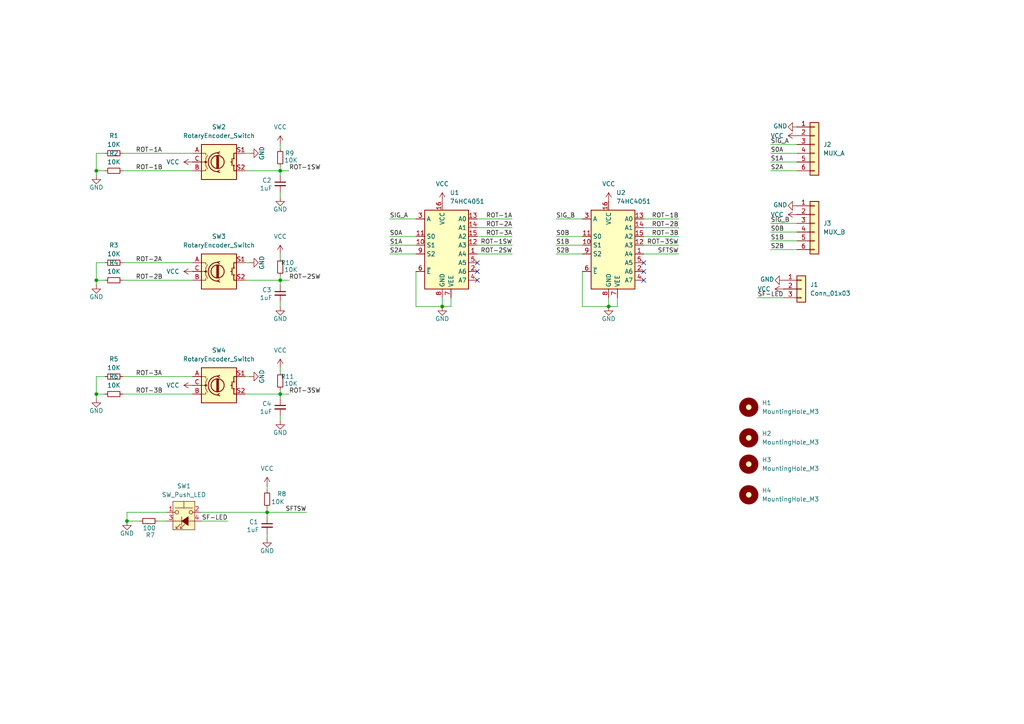
<source format=kicad_sch>
(kicad_sch (version 20231120) (generator "eeschema") (generator_version "8.0")
  (paper "A4")
  (lib_symbols
    (symbol "74xx:74HC4051"
      (property "Reference" "U" (at -5.08 11.43 0))
      (property "Value" "74HC4051" (at -7.62 -13.97 0))
      (symbol "74HC4051_0_1"
        (rectangle (start -5.08 10.16) (end 7.62 -12.7) (stroke (width 0.254)) (fill (type background)))
      )
      (symbol "74HC4051_1_1"
        (pin passive line (at 10.16 -2.54 180) (length 2.54) (name "A4") (number "1"))
        (pin input line (at -7.62 0 0) (length 2.54) (name "S1") (number "10"))
        (pin input line (at -7.62 2.54 0) (length 2.54) (name "S0") (number "11"))
        (pin passive line (at 10.16 0 180) (length 2.54) (name "A3") (number "12"))
        (pin passive line (at 10.16 7.62 180) (length 2.54) (name "A0") (number "13"))
        (pin passive line (at 10.16 5.08 180) (length 2.54) (name "A1") (number "14"))
        (pin passive line (at 10.16 2.54 180) (length 2.54) (name "A2") (number "15"))
        (pin power_in line (at 0 12.7 270) (length 2.54) (name "VCC") (number "16"))
        (pin passive line (at 10.16 -7.62 180) (length 2.54) (name "A6") (number "2"))
        (pin passive line (at -7.62 7.62 0) (length 2.54) (name "A") (number "3"))
        (pin passive line (at 10.16 -10.16 180) (length 2.54) (name "A7") (number "4"))
        (pin passive line (at 10.16 -5.08 180) (length 2.54) (name "A5") (number "5"))
        (pin input line (at -7.62 -7.62 0) (length 2.54) (name "~{E}") (number "6"))
        (pin power_in line (at 2.54 -15.24 90) (length 2.54) (name "VEE") (number "7"))
        (pin power_in line (at 0 -15.24 90) (length 2.54) (name "GND") (number "8"))
        (pin input line (at -7.62 -2.54 0) (length 2.54) (name "S2") (number "9"))
      )
    )
    (symbol "Connector_Generic:Conn_01x03" (pin_names (offset 1.016) hide)
      (property "Reference" "J" (at 0 5.08 0))
      (property "Value" "Conn_01x03" (at 0 -5.08 0))
      (symbol "Conn_01x03_1_1"
        (rectangle (start -1.27 -2.413) (end 0 -2.667) (stroke (width 0.1524)))
        (rectangle (start -1.27 0.127) (end 0 -0.127) (stroke (width 0.1524)))
        (rectangle (start -1.27 2.667) (end 0 2.413) (stroke (width 0.1524)))
        (rectangle (start -1.27 3.81) (end 1.27 -3.81) (stroke (width 0.254)) (fill (type background)))
        (pin passive line (at -5.08 2.54 0) (length 3.81) (name "Pin_1") (number "1"))
        (pin passive line (at -5.08 0 0) (length 3.81) (name "Pin_2") (number "2"))
        (pin passive line (at -5.08 -2.54 0) (length 3.81) (name "Pin_3") (number "3"))
      )
    )
    (symbol "Connector_Generic:Conn_01x06" (pin_names (offset 1.016) hide)
      (property "Reference" "J" (at 0 7.62 0))
      (property "Value" "Conn_01x06" (at 0 -10.16 0))
      (symbol "Conn_01x06_1_1"
        (rectangle (start -1.27 -7.493) (end 0 -7.747) (stroke (width 0.1524)))
        (rectangle (start -1.27 -4.953) (end 0 -5.207) (stroke (width 0.1524)))
        (rectangle (start -1.27 -2.413) (end 0 -2.667) (stroke (width 0.1524)))
        (rectangle (start -1.27 0.127) (end 0 -0.127) (stroke (width 0.1524)))
        (rectangle (start -1.27 2.667) (end 0 2.413) (stroke (width 0.1524)))
        (rectangle (start -1.27 5.207) (end 0 4.953) (stroke (width 0.1524)))
        (rectangle (start -1.27 6.35) (end 1.27 -8.89) (stroke (width 0.254)) (fill (type background)))
        (pin passive line (at -5.08 5.08 0) (length 3.81) (name "Pin_1") (number "1"))
        (pin passive line (at -5.08 2.54 0) (length 3.81) (name "Pin_2") (number "2"))
        (pin passive line (at -5.08 0 0) (length 3.81) (name "Pin_3") (number "3"))
        (pin passive line (at -5.08 -2.54 0) (length 3.81) (name "Pin_4") (number "4"))
        (pin passive line (at -5.08 -5.08 0) (length 3.81) (name "Pin_5") (number "5"))
        (pin passive line (at -5.08 -7.62 0) (length 3.81) (name "Pin_6") (number "6"))
      )
    )
    (symbol "Device:C_Small" (pin_numbers hide) (pin_names (offset 0.254) hide)
      (property "Reference" "C" (at 0.254 1.778 0))
      (property "Value" "C_Small" (at 0.254 -2.032 0))
      (symbol "C_Small_0_1"
        (polyline (pts (xy -1.524 -0.508) (xy 1.524 -0.508)) (stroke (width 0.3302)))
        (polyline (pts (xy -1.524 0.508) (xy 1.524 0.508)) (stroke (width 0.3048)))
      )
      (symbol "C_Small_1_1"
        (pin passive line (at 0 2.54 270) (length 2.032) (name "~") (number "1"))
        (pin passive line (at 0 -2.54 90) (length 2.032) (name "~") (number "2"))
      )
    )
    (symbol "Device:R_Small" (pin_numbers hide) (pin_names (offset 0.254) hide)
      (property "Reference" "R" (at 0.762 0.508 0))
      (property "Value" "R_Small" (at 0.762 -1.016 0))
      (symbol "R_Small_0_1"
        (rectangle (start -0.762 1.778) (end 0.762 -1.778) (stroke (width 0.2032)))
      )
      (symbol "R_Small_1_1"
        (pin passive line (at 0 2.54 270) (length 0.762) (name "~") (number "1"))
        (pin passive line (at 0 -2.54 90) (length 0.762) (name "~") (number "2"))
      )
    )
    (symbol "Device:RotaryEncoder_Switch" (pin_names (offset 0.254) hide)
      (property "Reference" "SW" (at 0 6.604 0))
      (property "Value" "RotaryEncoder_Switch" (at 0 -6.604 0))
      (symbol "RotaryEncoder_Switch_0_1"
        (rectangle (start -5.08 5.08) (end 5.08 -5.08) (stroke (width 0.254)) (fill (type background)))
        (circle (center -3.81 0) (radius 0.254) (fill (type outline)))
        (circle (center -0.381 0) (radius 1.905) (stroke (width 0.254)))
        (arc (start -0.381 2.667) (mid -3.0988 -0.0635) (end -0.381 -2.794) (stroke (width 0.254)))
        (polyline (pts (xy -0.635 -1.778) (xy -0.635 1.778)) (stroke (width 0.254)))
        (polyline (pts (xy -0.381 -1.778) (xy -0.381 1.778)) (stroke (width 0.254)))
        (polyline (pts (xy -0.127 1.778) (xy -0.127 -1.778)) (stroke (width 0.254)))
        (polyline (pts (xy 3.81 0) (xy 3.429 0)) (stroke (width 0.254)))
        (polyline (pts (xy 3.81 1.016) (xy 3.81 -1.016)) (stroke (width 0.254)))
        (polyline (pts (xy -5.08 -2.54) (xy -3.81 -2.54) (xy -3.81 -2.032)))
        (polyline (pts (xy -5.08 2.54) (xy -3.81 2.54) (xy -3.81 2.032)))
        (polyline (pts (xy 0.254 -3.048) (xy -0.508 -2.794) (xy 0.127 -2.413)) (stroke (width 0.254)))
        (polyline (pts (xy 0.254 2.921) (xy -0.508 2.667) (xy 0.127 2.286)) (stroke (width 0.254)))
        (polyline (pts (xy 5.08 -2.54) (xy 4.318 -2.54) (xy 4.318 -1.016)) (stroke (width 0.254)))
        (polyline (pts (xy 5.08 2.54) (xy 4.318 2.54) (xy 4.318 1.016)) (stroke (width 0.254)))
        (polyline (pts (xy -5.08 0) (xy -3.81 0) (xy -3.81 -1.016) (xy -3.302 -2.032)))
        (polyline (pts (xy -4.318 0) (xy -3.81 0) (xy -3.81 1.016) (xy -3.302 2.032)))
        (circle (center 4.318 -1.016) (radius 0.127) (stroke (width 0.254)))
        (circle (center 4.318 1.016) (radius 0.127) (stroke (width 0.254)))
      )
      (symbol "RotaryEncoder_Switch_1_1"
        (pin passive line (at -7.62 2.54 0) (length 2.54) (name "A") (number "A"))
        (pin passive line (at -7.62 -2.54 0) (length 2.54) (name "B") (number "B"))
        (pin passive line (at -7.62 0 0) (length 2.54) (name "C") (number "C"))
        (pin passive line (at 7.62 2.54 180) (length 2.54) (name "S1") (number "S1"))
        (pin passive line (at 7.62 -2.54 180) (length 2.54) (name "S2") (number "S2"))
      )
    )
    (symbol "PCM_SL_Mechanical:MountingHole_M3"
      (property "Reference" "H" (at 0 7.62 0))
      (property "Value" "MountingHole_M3" (at 0 5.08 0))
      (symbol "MountingHole_M3_0_1"
        (circle (center 0 0) (radius 1.27) (fill (type background)))
        (circle (center 0 0) (radius 1.7961) (stroke (width 2)))
      )
    )
    (symbol "Switch:SW_Push_LED" (pin_names (offset 1.016) hide)
      (property "Reference" "SW" (at 0 7.62 0))
      (property "Value" "SW_Push_LED" (at 0 -3.81 0))
      (symbol "SW_Push_LED_0_0"
        (polyline (pts (xy -2.54 0) (xy 2.54 0)))
        (polyline (pts (xy -2.286 -2.159) (xy -1.016 -0.889)))
        (polyline (pts (xy -1.016 -2.159) (xy 0.254 -0.889)))
        (polyline (pts (xy -0.635 1.27) (xy -0.635 -1.27)))
        (polyline (pts (xy -2.286 -1.524) (xy -2.286 -2.159) (xy -1.651 -2.159)))
        (polyline (pts (xy -1.016 -1.524) (xy -1.016 -2.159) (xy -0.381 -2.159)))
        (polyline (pts (xy -0.635 0) (xy 1.27 1.27) (xy 1.27 -1.27) (xy -0.635 0)) (fill (type outline)))
      )
      (symbol "SW_Push_LED_0_1"
        (circle (center -2.032 2.54) (radius 0.508))
        (polyline (pts (xy 0 3.81) (xy 0 5.588)))
        (polyline (pts (xy 2.54 3.81) (xy -2.54 3.81)))
        (circle (center 2.032 2.54) (radius 0.508))
        (pin passive line (at -5.08 2.54 0) (length 2.54) (name "1") (number "1"))
        (pin passive line (at 5.08 2.54 180) (length 2.54) (name "2") (number "2"))
        (pin passive line (at -5.08 0 0) (length 2.54) (name "K") (number "3"))
        (pin passive line (at 5.08 0 180) (length 2.54) (name "A") (number "4"))
      )
      (symbol "SW_Push_LED_1_1"
        (rectangle (start -3.175 5.715) (end 3.175 -2.54) (fill (type background)))
      )
    )
    (symbol "power:GND" (power) (pin_numbers hide) (pin_names (offset 0) hide)
      (property "Value" "GND" (at 0 -3.81 0))
      (symbol "GND_0_1"
        (polyline (pts (xy 0 0) (xy 0 -1.27) (xy 1.27 -1.27) (xy 0 -2.54) (xy -1.27 -1.27) (xy 0 -1.27)))
      )
      (symbol "GND_1_1"
        (pin power_in line (at 0 0 270) (length 0) (name "~") (number "1"))
      )
    )
    (symbol "power:VCC" (power) (pin_numbers hide) (pin_names (offset 0) hide)
      (property "Value" "VCC" (at 0 3.556 0))
      (symbol "VCC_0_1"
        (polyline (pts (xy -0.762 1.27) (xy 0 2.54)))
        (polyline (pts (xy 0 0) (xy 0 2.54)))
        (polyline (pts (xy 0 2.54) (xy 0.762 1.27)))
      )
      (symbol "VCC_1_1"
        (pin power_in line (at 0 0 90) (length 0) (name "~") (number "1"))
      )
    )
  )
  (junction (at 81.28 81.28))
  (junction (at 36.83 151.13))
  (junction (at 27.94 49.53))
  (junction (at 128.27 88.9))
  (junction (at 176.53 88.9))
  (junction (at 77.47 148.59))
  (junction (at 27.94 114.3))
  (junction (at 81.28 49.53))
  (junction (at 81.28 114.3))
  (junction (at 27.94 81.28))
  (no_connect (at 138.43 81.28))
  (no_connect (at 138.43 78.74))
  (no_connect (at 138.43 76.2))
  (no_connect (at 186.69 81.28))
  (no_connect (at 186.69 76.2))
  (no_connect (at 186.69 78.74))
  (wire (pts (xy 77.47 154.94) (xy 77.47 156.21)))
  (wire (pts (xy 81.28 41.91) (xy 81.28 43.18)))
  (wire (pts (xy 35.56 76.2) (xy 55.88 76.2)))
  (wire (pts (xy 81.28 49.53) (xy 81.28 48.26)))
  (wire (pts (xy 113.03 63.5) (xy 120.65 63.5)))
  (wire (pts (xy 81.28 73.66) (xy 81.28 74.93)))
  (wire (pts (xy 161.29 71.12) (xy 168.91 71.12)))
  (wire (pts (xy 138.43 71.12) (xy 148.59 71.12)))
  (wire (pts (xy 223.52 64.77) (xy 231.14 64.77)))
  (wire (pts (xy 130.81 88.9) (xy 128.27 88.9)))
  (wire (pts (xy 58.42 151.13) (xy 66.04 151.13)))
  (wire (pts (xy 138.43 66.04) (xy 148.59 66.04)))
  (wire (pts (xy 35.56 49.53) (xy 55.88 49.53)))
  (wire (pts (xy 130.81 86.36) (xy 130.81 88.9)))
  (wire (pts (xy 161.29 73.66) (xy 168.91 73.66)))
  (wire (pts (xy 81.28 114.3) (xy 81.28 113.03)))
  (wire (pts (xy 83.82 114.3) (xy 81.28 114.3)))
  (wire (pts (xy 27.94 81.28) (xy 30.48 81.28)))
  (wire (pts (xy 36.83 151.13) (xy 40.64 151.13)))
  (wire (pts (xy 27.94 44.45) (xy 27.94 49.53)))
  (wire (pts (xy 58.42 148.59) (xy 77.47 148.59)))
  (wire (pts (xy 81.28 50.8) (xy 81.28 49.53)))
  (wire (pts (xy 223.52 46.99) (xy 231.14 46.99)))
  (wire (pts (xy 113.03 73.66) (xy 120.65 73.66)))
  (wire (pts (xy 81.28 120.65) (xy 81.28 121.92)))
  (wire (pts (xy 223.52 72.39) (xy 231.14 72.39)))
  (wire (pts (xy 48.26 148.59) (xy 36.83 148.59)))
  (wire (pts (xy 186.69 73.66) (xy 196.85 73.66)))
  (wire (pts (xy 27.94 49.53) (xy 27.94 50.8)))
  (wire (pts (xy 27.94 114.3) (xy 30.48 114.3)))
  (wire (pts (xy 35.56 114.3) (xy 55.88 114.3)))
  (wire (pts (xy 27.94 81.28) (xy 27.94 82.55)))
  (wire (pts (xy 186.69 63.5) (xy 196.85 63.5)))
  (wire (pts (xy 77.47 148.59) (xy 88.9 148.59)))
  (wire (pts (xy 81.28 115.57) (xy 81.28 114.3)))
  (wire (pts (xy 186.69 68.58) (xy 196.85 68.58)))
  (wire (pts (xy 83.82 81.28) (xy 81.28 81.28)))
  (wire (pts (xy 30.48 76.2) (xy 27.94 76.2)))
  (wire (pts (xy 113.03 68.58) (xy 120.65 68.58)))
  (wire (pts (xy 30.48 109.22) (xy 27.94 109.22)))
  (wire (pts (xy 71.12 49.53) (xy 81.28 49.53)))
  (wire (pts (xy 36.83 148.59) (xy 36.83 151.13)))
  (wire (pts (xy 81.28 106.68) (xy 81.28 107.95)))
  (wire (pts (xy 186.69 71.12) (xy 196.85 71.12)))
  (wire (pts (xy 138.43 63.5) (xy 148.59 63.5)))
  (wire (pts (xy 77.47 148.59) (xy 77.47 147.32)))
  (wire (pts (xy 168.91 78.74) (xy 168.91 88.9)))
  (wire (pts (xy 77.47 140.97) (xy 77.47 142.24)))
  (wire (pts (xy 186.69 66.04) (xy 196.85 66.04)))
  (wire (pts (xy 27.94 76.2) (xy 27.94 81.28)))
  (wire (pts (xy 223.52 69.85) (xy 231.14 69.85)))
  (wire (pts (xy 45.72 151.13) (xy 48.26 151.13)))
  (wire (pts (xy 223.52 49.53) (xy 231.14 49.53)))
  (wire (pts (xy 223.52 44.45) (xy 231.14 44.45)))
  (wire (pts (xy 223.52 67.31) (xy 231.14 67.31)))
  (wire (pts (xy 81.28 82.55) (xy 81.28 81.28)))
  (wire (pts (xy 35.56 81.28) (xy 55.88 81.28)))
  (wire (pts (xy 128.27 86.36) (xy 128.27 88.9)))
  (wire (pts (xy 161.29 63.5) (xy 168.91 63.5)))
  (wire (pts (xy 176.53 86.36) (xy 176.53 88.9)))
  (wire (pts (xy 72.39 109.22) (xy 71.12 109.22)))
  (wire (pts (xy 179.07 86.36) (xy 179.07 88.9)))
  (wire (pts (xy 35.56 109.22) (xy 55.88 109.22)))
  (wire (pts (xy 71.12 114.3) (xy 81.28 114.3)))
  (wire (pts (xy 138.43 73.66) (xy 148.59 73.66)))
  (wire (pts (xy 81.28 55.88) (xy 81.28 57.15)))
  (wire (pts (xy 27.94 114.3) (xy 27.94 115.57)))
  (wire (pts (xy 83.82 49.53) (xy 81.28 49.53)))
  (wire (pts (xy 72.39 44.45) (xy 71.12 44.45)))
  (wire (pts (xy 81.28 81.28) (xy 81.28 80.01)))
  (wire (pts (xy 120.65 78.74) (xy 120.65 88.9)))
  (wire (pts (xy 219.71 86.36) (xy 227.33 86.36)))
  (wire (pts (xy 72.39 76.2) (xy 71.12 76.2)))
  (wire (pts (xy 113.03 71.12) (xy 120.65 71.12)))
  (wire (pts (xy 161.29 68.58) (xy 168.91 68.58)))
  (wire (pts (xy 77.47 149.86) (xy 77.47 148.59)))
  (wire (pts (xy 30.48 44.45) (xy 27.94 44.45)))
  (wire (pts (xy 27.94 109.22) (xy 27.94 114.3)))
  (wire (pts (xy 71.12 81.28) (xy 81.28 81.28)))
  (wire (pts (xy 138.43 68.58) (xy 148.59 68.58)))
  (wire (pts (xy 223.52 41.91) (xy 231.14 41.91)))
  (wire (pts (xy 81.28 87.63) (xy 81.28 88.9)))
  (wire (pts (xy 120.65 88.9) (xy 128.27 88.9)))
  (wire (pts (xy 27.94 49.53) (xy 30.48 49.53)))
  (wire (pts (xy 179.07 88.9) (xy 176.53 88.9)))
  (wire (pts (xy 35.56 44.45) (xy 55.88 44.45)))
  (wire (pts (xy 168.91 88.9) (xy 176.53 88.9)))
  (label "ROT-2A" (at 39.37 76.2 0))
  (label "S1B" (at 223.52 69.85 0))
  (label "S2B" (at 223.52 72.39 0))
  (label "ROT-1B" (at 196.85 63.5 180))
  (label "SF-LED" (at 219.71 86.36 0))
  (label "S1A" (at 113.03 71.12 0))
  (label "SFTSW" (at 88.9 148.59 180))
  (label "ROT-3B" (at 196.85 68.58 180))
  (label "S2A" (at 223.52 49.53 0))
  (label "ROT-2B" (at 196.85 66.04 180))
  (label "ROT-1SW" (at 83.82 49.53 0))
  (label "S1B" (at 161.29 71.12 0))
  (label "ROT-3B" (at 39.37 114.3 0))
  (label "SIG_B" (at 223.52 64.77 0))
  (label "ROT-3SW" (at 83.82 114.3 0))
  (label "ROT-1SW" (at 148.59 71.12 180))
  (label "ROT-1B" (at 39.37 49.53 0))
  (label "ROT-2SW" (at 83.82 81.28 0))
  (label "ROT-2SW" (at 148.59 73.66 180))
  (label "SIG_A" (at 223.52 41.91 0))
  (label "S2B" (at 161.29 73.66 0))
  (label "ROT-3SW" (at 196.85 71.12 180))
  (label "ROT-1A" (at 148.59 63.5 180))
  (label "ROT-1A" (at 39.37 44.45 0))
  (label "SF-LED" (at 66.04 151.13 180))
  (label "S0B" (at 161.29 68.58 0))
  (label "S0B" (at 223.52 67.31 0))
  (label "ROT-3A" (at 148.59 68.58 180))
  (label "S1A" (at 223.52 46.99 0))
  (label "SIG_B" (at 161.29 63.5 0))
  (label "S0A" (at 223.52 44.45 0))
  (label "ROT-2A" (at 148.59 66.04 180))
  (label "S2A" (at 113.03 73.66 0))
  (label "ROT-3A" (at 39.37 109.22 0))
  (label "SIG_A" (at 113.03 63.5 0))
  (label "ROT-2B" (at 39.37 81.28 0))
  (label "S0A" (at 113.03 68.58 0))
  (label "SFTSW" (at 196.85 73.66 180))
  (symbol (lib_id "Device:C_Small") (at 81.28 53.34 0) (mirror y) (unit 1)
    (property "Reference" "C2" (at 78.74 52.324 0) (effects (justify left)))
    (property "Value" "1uF" (at 78.994 54.61 0) (effects (justify left)))
    (property "Footprint" "Capacitor_SMD:C_1206_3216Metric_Pad1.33x1.80mm_HandSolder" (effects (hide yes)))
    (property "Description" "Unpolarized capacitor, small symbol" (effects (hide yes)))
  )
  (symbol (lib_id "power:VCC") (at 231.14 39.37 90) (unit 1)
    (property "Reference" "#PWR026" (effects (hide yes)))
    (property "Value" "VCC" (at 227.33 39.3699 90) (effects (justify left)))
    (property "Description" "Power symbol creates a global label with name \"VCC\"" (effects (hide yes)))
  )
  (symbol (lib_id "power:VCC") (at 77.47 140.97 0) (unit 1)
    (property "Reference" "#PWR011" (effects (hide yes)))
    (property "Value" "VCC" (at 77.47 135.89 0))
    (property "Description" "Power symbol creates a global label with name \"VCC\"" (effects (hide yes)))
  )
  (symbol (lib_id "power:GND") (at 231.14 36.83 270) (mirror x) (unit 1)
    (property "Reference" "#PWR025" (effects (hide yes)))
    (property "Value" "GND" (at 226.314 36.576 90))
    (property "Description" "Power symbol creates a global label with name \"GND\" , ground" (effects (hide yes)))
  )
  (symbol (lib_id "PCM_SL_Mechanical:MountingHole_M3") (at 217.17 127 0) (unit 1)
    (property "Reference" "H2" (at 220.98 125.7299 0) (effects (justify left)))
    (property "Value" "MountingHole_M3" (at 220.98 128.2699 0) (effects (justify left)))
    (property "Footprint" "MountingHole:MountingHole_3.2mm_M3" (effects (hide yes)))
    (property "Description" "3.2mm Diameter Mounting Hole (M3)" (effects (hide yes)))
  )
  (symbol (lib_id "power:GND") (at 81.28 57.15 0) (unit 1)
    (property "Reference" "#PWR014" (effects (hide yes)))
    (property "Value" "GND" (at 81.28 60.706 0))
    (property "Description" "Power symbol creates a global label with name \"GND\" , ground" (effects (hide yes)))
  )
  (symbol (lib_id "Device:R_Small") (at 81.28 45.72 0) (mirror y) (unit 1)
    (property "Reference" "R9" (at 85.344 44.45 0) (effects (justify left)))
    (property "Value" "10K" (at 86.36 46.482 0) (effects (justify left)))
    (property "Footprint" "PCM_Resistor_SMD_AKL:R_1206_3216Metric_Pad1.30x1.75mm_HandSolder" (effects (hide yes)))
    (property "Description" "Resistor, small symbol" (effects (hide yes)))
  )
  (symbol (lib_id "Device:RotaryEncoder_Switch") (at 63.5 78.74 0) (unit 1)
    (property "Reference" "SW3" (at 63.5 68.58 0))
    (property "Value" "RotaryEncoder_Switch" (at 63.5 71.12 0))
    (property "Footprint" "Rotary_Encoder:RotaryEncoder_Alps_EC11E-Switch_Vertical_H20mm_CircularMountingHoles" (effects (hide yes)))
    (property "Description" "Rotary encoder, dual channel, incremental quadrate outputs, with switch" (effects (hide yes)))
  )
  (symbol (lib_id "power:GND") (at 231.14 59.69 270) (mirror x) (unit 1)
    (property "Reference" "#PWR027" (effects (hide yes)))
    (property "Value" "GND" (at 226.314 59.436 90))
    (property "Description" "Power symbol creates a global label with name \"GND\" , ground" (effects (hide yes)))
  )
  (symbol (lib_id "power:VCC") (at 55.88 78.74 90) (unit 1)
    (property "Reference" "#PWR06" (effects (hide yes)))
    (property "Value" "VCC" (at 52.07 78.7399 90) (effects (justify left)))
    (property "Description" "Power symbol creates a global label with name \"VCC\"" (effects (hide yes)))
  )
  (symbol (lib_id "power:VCC") (at 176.53 58.42 0) (unit 1)
    (property "Reference" "#PWR021" (effects (hide yes)))
    (property "Value" "VCC" (at 176.53 53.34 0))
    (property "Description" "Power symbol creates a global label with name \"VCC\"" (effects (hide yes)))
  )
  (symbol (lib_id "power:GND") (at 128.27 88.9 0) (mirror y) (unit 1)
    (property "Reference" "#PWR020" (effects (hide yes)))
    (property "Value" "GND" (at 128.27 92.456 0))
    (property "Description" "Power symbol creates a global label with name \"GND\" , ground" (effects (hide yes)))
  )
  (symbol (lib_id "power:VCC") (at 55.88 111.76 90) (unit 1)
    (property "Reference" "#PWR07" (effects (hide yes)))
    (property "Value" "VCC" (at 52.07 111.7599 90) (effects (justify left)))
    (property "Description" "Power symbol creates a global label with name \"VCC\"" (effects (hide yes)))
  )
  (symbol (lib_id "Device:C_Small") (at 81.28 118.11 0) (mirror y) (unit 1)
    (property "Reference" "C4" (at 78.74 117.094 0) (effects (justify left)))
    (property "Value" "1uF" (at 78.994 119.38 0) (effects (justify left)))
    (property "Footprint" "Capacitor_SMD:C_1206_3216Metric_Pad1.33x1.80mm_HandSolder" (effects (hide yes)))
    (property "Description" "Unpolarized capacitor, small symbol" (effects (hide yes)))
  )
  (symbol (lib_id "74xx:74HC4051") (at 128.27 71.12 0) (unit 1)
    (property "Reference" "U1" (at 130.4641 55.88 0) (effects (justify left)))
    (property "Value" "74HC4051" (at 130.4641 58.42 0) (effects (justify left)))
    (property "Footprint" "Package_SO:SOP-16_4.4x10.4mm_P1.27mm" (effects (hide yes)))
    (property "Datasheet" "http://www.ti.com/lit/ds/symlink/cd74hc4051.pdf" (effects (hide yes)))
    (property "Description" "8-channel analog multiplexer/demultiplexer, DIP-16/SOIC-16/TSSOP-16" (effects (hide yes)))
  )
  (symbol (lib_id "power:GND") (at 227.33 81.28 270) (mirror x) (unit 1)
    (property "Reference" "#PWR023" (effects (hide yes)))
    (property "Value" "GND" (at 222.504 81.026 90))
    (property "Description" "Power symbol creates a global label with name \"GND\" , ground" (effects (hide yes)))
  )
  (symbol (lib_id "power:GND") (at 176.53 88.9 0) (mirror y) (unit 1)
    (property "Reference" "#PWR022" (effects (hide yes)))
    (property "Value" "GND" (at 176.53 92.456 0))
    (property "Description" "Power symbol creates a global label with name \"GND\" , ground" (effects (hide yes)))
  )
  (symbol (lib_id "power:GND") (at 36.83 151.13 0) (mirror y) (unit 1)
    (property "Reference" "#PWR04" (effects (hide yes)))
    (property "Value" "GND" (at 36.83 154.686 0))
    (property "Description" "Power symbol creates a global label with name \"GND\" , ground" (effects (hide yes)))
  )
  (symbol (lib_id "Device:RotaryEncoder_Switch") (at 63.5 46.99 0) (unit 1)
    (property "Reference" "SW2" (at 63.5 36.83 0))
    (property "Value" "RotaryEncoder_Switch" (at 63.5 39.37 0))
    (property "Footprint" "Rotary_Encoder:RotaryEncoder_Alps_EC11E-Switch_Vertical_H20mm_CircularMountingHoles" (effects (hide yes)))
    (property "Description" "Rotary encoder, dual channel, incremental quadrate outputs, with switch" (effects (hide yes)))
  )
  (symbol (lib_id "Device:R_Small") (at 33.02 114.3 90) (unit 1)
    (property "Reference" "R6" (at 33.02 109.22 90))
    (property "Value" "10K" (at 33.02 111.76 90))
    (property "Footprint" "PCM_Resistor_SMD_AKL:R_1206_3216Metric_Pad1.30x1.75mm_HandSolder" (effects (hide yes)))
    (property "Description" "Resistor, small symbol" (effects (hide yes)))
  )
  (symbol (lib_id "Connector_Generic:Conn_01x06") (at 236.22 41.91 0) (unit 1)
    (property "Reference" "J2" (at 238.76 41.9099 0) (effects (justify left)))
    (property "Value" "MUX_A" (at 238.76 44.4499 0) (effects (justify left)))
    (property "Footprint" "Connector_Molex:Molex_KK-254_AE-6410-06A_1x06_P2.54mm_Vertical" (effects (hide yes)))
    (property "Description" "Generic connector, single row, 01x06, script generated (kicad-library-utils/schlib/autogen/connector/)" (effects (hide yes)))
  )
  (symbol (lib_id "power:GND") (at 77.47 156.21 0) (unit 1)
    (property "Reference" "#PWR012" (effects (hide yes)))
    (property "Value" "GND" (at 77.47 159.766 0))
    (property "Description" "Power symbol creates a global label with name \"GND\" , ground" (effects (hide yes)))
  )
  (symbol (lib_id "power:VCC") (at 231.14 62.23 90) (unit 1)
    (property "Reference" "#PWR028" (effects (hide yes)))
    (property "Value" "VCC" (at 227.33 62.2299 90) (effects (justify left)))
    (property "Description" "Power symbol creates a global label with name \"VCC\"" (effects (hide yes)))
  )
  (symbol (lib_id "power:VCC") (at 81.28 106.68 0) (unit 1)
    (property "Reference" "#PWR017" (effects (hide yes)))
    (property "Value" "VCC" (at 81.28 101.6 0))
    (property "Description" "Power symbol creates a global label with name \"VCC\"" (effects (hide yes)))
  )
  (symbol (lib_id "PCM_SL_Mechanical:MountingHole_M3") (at 217.17 118.11 0) (unit 1)
    (property "Reference" "H1" (at 220.98 116.8399 0) (effects (justify left)))
    (property "Value" "MountingHole_M3" (at 220.98 119.3799 0) (effects (justify left)))
    (property "Footprint" "MountingHole:MountingHole_3.2mm_M3" (effects (hide yes)))
    (property "Description" "3.2mm Diameter Mounting Hole (M3)" (effects (hide yes)))
  )
  (symbol (lib_id "Device:R_Small") (at 33.02 44.45 90) (unit 1)
    (property "Reference" "R1" (at 33.02 39.37 90))
    (property "Value" "10K" (at 33.02 41.91 90))
    (property "Footprint" "PCM_Resistor_SMD_AKL:R_1206_3216Metric_Pad1.30x1.75mm_HandSolder" (effects (hide yes)))
    (property "Description" "Resistor, small symbol" (effects (hide yes)))
  )
  (symbol (lib_id "power:GND") (at 81.28 88.9 0) (unit 1)
    (property "Reference" "#PWR016" (effects (hide yes)))
    (property "Value" "GND" (at 81.28 92.456 0))
    (property "Description" "Power symbol creates a global label with name \"GND\" , ground" (effects (hide yes)))
  )
  (symbol (lib_id "power:VCC") (at 128.27 58.42 0) (unit 1)
    (property "Reference" "#PWR019" (effects (hide yes)))
    (property "Value" "VCC" (at 128.27 53.34 0))
    (property "Description" "Power symbol creates a global label with name \"VCC\"" (effects (hide yes)))
  )
  (symbol (lib_id "power:GND") (at 72.39 109.22 90) (mirror x) (unit 1)
    (property "Reference" "#PWR010" (effects (hide yes)))
    (property "Value" "GND" (at 75.946 109.22 0))
    (property "Description" "Power symbol creates a global label with name \"GND\" , ground" (effects (hide yes)))
  )
  (symbol (lib_id "power:GND") (at 27.94 82.55 0) (mirror y) (unit 1)
    (property "Reference" "#PWR02" (effects (hide yes)))
    (property "Value" "GND" (at 27.94 86.106 0))
    (property "Description" "Power symbol creates a global label with name \"GND\" , ground" (effects (hide yes)))
  )
  (symbol (lib_id "power:VCC") (at 227.33 83.82 90) (unit 1)
    (property "Reference" "#PWR024" (effects (hide yes)))
    (property "Value" "VCC" (at 223.52 83.8199 90) (effects (justify left)))
    (property "Description" "Power symbol creates a global label with name \"VCC\"" (effects (hide yes)))
  )
  (symbol (lib_id "Device:R_Small") (at 33.02 81.28 90) (unit 1)
    (property "Reference" "R4" (at 33.02 76.2 90))
    (property "Value" "10K" (at 33.02 78.74 90))
    (property "Footprint" "PCM_Resistor_SMD_AKL:R_1206_3216Metric_Pad1.30x1.75mm_HandSolder" (effects (hide yes)))
    (property "Description" "Resistor, small symbol" (effects (hide yes)))
  )
  (symbol (lib_id "power:GND") (at 81.28 121.92 0) (unit 1)
    (property "Reference" "#PWR018" (effects (hide yes)))
    (property "Value" "GND" (at 81.28 125.476 0))
    (property "Description" "Power symbol creates a global label with name \"GND\" , ground" (effects (hide yes)))
  )
  (symbol (lib_id "Device:R_Small") (at 33.02 109.22 90) (unit 1)
    (property "Reference" "R5" (at 33.02 104.14 90))
    (property "Value" "10K" (at 33.02 106.68 90))
    (property "Footprint" "PCM_Resistor_SMD_AKL:R_1206_3216Metric_Pad1.30x1.75mm_HandSolder" (effects (hide yes)))
    (property "Description" "Resistor, small symbol" (effects (hide yes)))
  )
  (symbol (lib_id "Device:C_Small") (at 81.28 85.09 0) (mirror y) (unit 1)
    (property "Reference" "C3" (at 78.74 84.074 0) (effects (justify left)))
    (property "Value" "1uF" (at 78.994 86.36 0) (effects (justify left)))
    (property "Footprint" "Capacitor_SMD:C_1206_3216Metric_Pad1.33x1.80mm_HandSolder" (effects (hide yes)))
    (property "Description" "Unpolarized capacitor, small symbol" (effects (hide yes)))
  )
  (symbol (lib_id "Device:R_Small") (at 33.02 76.2 90) (unit 1)
    (property "Reference" "R3" (at 33.02 71.12 90))
    (property "Value" "10K" (at 33.02 73.66 90))
    (property "Footprint" "PCM_Resistor_SMD_AKL:R_1206_3216Metric_Pad1.30x1.75mm_HandSolder" (effects (hide yes)))
    (property "Description" "Resistor, small symbol" (effects (hide yes)))
  )
  (symbol (lib_id "Device:R_Small") (at 77.47 144.78 0) (mirror y) (unit 1)
    (property "Reference" "R8" (at 83.058 143.256 0) (effects (justify left)))
    (property "Value" "10K" (at 82.55 145.542 0) (effects (justify left)))
    (property "Footprint" "PCM_Resistor_SMD_AKL:R_1206_3216Metric_Pad1.30x1.75mm_HandSolder" (effects (hide yes)))
    (property "Description" "Resistor, small symbol" (effects (hide yes)))
  )
  (symbol (lib_id "power:GND") (at 72.39 44.45 90) (mirror x) (unit 1)
    (property "Reference" "#PWR08" (effects (hide yes)))
    (property "Value" "GND" (at 75.946 44.45 0))
    (property "Description" "Power symbol creates a global label with name \"GND\" , ground" (effects (hide yes)))
  )
  (symbol (lib_id "74xx:74HC4051") (at 176.53 71.12 0) (unit 1)
    (property "Reference" "U2" (at 178.7241 55.88 0) (effects (justify left)))
    (property "Value" "74HC4051" (at 178.7241 58.42 0) (effects (justify left)))
    (property "Footprint" "Package_SO:SOP-16_4.4x10.4mm_P1.27mm" (effects (hide yes)))
    (property "Datasheet" "http://www.ti.com/lit/ds/symlink/cd74hc4051.pdf" (effects (hide yes)))
    (property "Description" "8-channel analog multiplexer/demultiplexer, DIP-16/SOIC-16/TSSOP-16" (effects (hide yes)))
  )
  (symbol (lib_id "power:VCC") (at 81.28 41.91 0) (unit 1)
    (property "Reference" "#PWR013" (effects (hide yes)))
    (property "Value" "VCC" (at 81.28 36.83 0))
    (property "Description" "Power symbol creates a global label with name \"VCC\"" (effects (hide yes)))
  )
  (symbol (lib_id "power:GND") (at 27.94 115.57 0) (mirror y) (unit 1)
    (property "Reference" "#PWR03" (effects (hide yes)))
    (property "Value" "GND" (at 27.94 119.126 0))
    (property "Description" "Power symbol creates a global label with name \"GND\" , ground" (effects (hide yes)))
  )
  (symbol (lib_id "Device:R_Small") (at 43.18 151.13 90) (unit 1)
    (property "Reference" "R7" (at 44.958 155.194 90) (effects (justify left)))
    (property "Value" "100" (at 45.212 153.162 90) (effects (justify left)))
    (property "Footprint" "PCM_Resistor_SMD_AKL:R_1206_3216Metric_Pad1.30x1.75mm_HandSolder" (effects (hide yes)))
    (property "Description" "Resistor, small symbol" (effects (hide yes)))
  )
  (symbol (lib_id "Device:R_Small") (at 81.28 77.47 0) (mirror y) (unit 1)
    (property "Reference" "R10" (at 85.344 76.2 0) (effects (justify left)))
    (property "Value" "10K" (at 86.36 78.232 0) (effects (justify left)))
    (property "Footprint" "PCM_Resistor_SMD_AKL:R_1206_3216Metric_Pad1.30x1.75mm_HandSolder" (effects (hide yes)))
    (property "Description" "Resistor, small symbol" (effects (hide yes)))
  )
  (symbol (lib_id "Connector_Generic:Conn_01x06") (at 236.22 64.77 0) (unit 1)
    (property "Reference" "J3" (at 238.76 64.7699 0) (effects (justify left)))
    (property "Value" "MUX_B" (at 238.76 67.3099 0) (effects (justify left)))
    (property "Footprint" "Connector_Molex:Molex_KK-254_AE-6410-06A_1x06_P2.54mm_Vertical" (effects (hide yes)))
    (property "Description" "Generic connector, single row, 01x06, script generated (kicad-library-utils/schlib/autogen/connector/)" (effects (hide yes)))
  )
  (symbol (lib_id "power:GND") (at 27.94 50.8 0) (mirror y) (unit 1)
    (property "Reference" "#PWR01" (effects (hide yes)))
    (property "Value" "GND" (at 27.94 54.356 0))
    (property "Description" "Power symbol creates a global label with name \"GND\" , ground" (effects (hide yes)))
  )
  (symbol (lib_id "PCM_SL_Mechanical:MountingHole_M3") (at 217.17 143.51 0) (unit 1)
    (property "Reference" "H4" (at 220.98 142.2399 0) (effects (justify left)))
    (property "Value" "MountingHole_M3" (at 220.98 144.7799 0) (effects (justify left)))
    (property "Footprint" "MountingHole:MountingHole_3.2mm_M3" (effects (hide yes)))
    (property "Description" "3.2mm Diameter Mounting Hole (M3)" (effects (hide yes)))
  )
  (symbol (lib_id "Device:RotaryEncoder_Switch") (at 63.5 111.76 0) (unit 1)
    (property "Reference" "SW4" (at 63.5 101.6 0))
    (property "Value" "RotaryEncoder_Switch" (at 63.5 104.14 0))
    (property "Footprint" "Rotary_Encoder:RotaryEncoder_Alps_EC11E-Switch_Vertical_H20mm_CircularMountingHoles" (effects (hide yes)))
    (property "Description" "Rotary encoder, dual channel, incremental quadrate outputs, with switch" (effects (hide yes)))
  )
  (symbol (lib_id "Connector_Generic:Conn_01x03") (at 232.41 83.82 0) (unit 1)
    (property "Reference" "J1" (at 234.95 82.5499 0) (effects (justify left)))
    (property "Value" "Conn_01x03" (at 234.95 85.0899 0) (effects (justify left)))
    (property "Footprint" "Connector_Molex:Molex_KK-254_AE-6410-03A_1x03_P2.54mm_Vertical" (effects (hide yes)))
    (property "Description" "Generic connector, single row, 01x03, script generated (kicad-library-utils/schlib/autogen/connector/)" (effects (hide yes)))
  )
  (symbol (lib_id "power:VCC") (at 55.88 46.99 90) (unit 1)
    (property "Reference" "#PWR05" (effects (hide yes)))
    (property "Value" "VCC" (at 52.07 46.9899 90) (effects (justify left)))
    (property "Description" "Power symbol creates a global label with name \"VCC\"" (effects (hide yes)))
  )
  (symbol (lib_id "PCM_SL_Mechanical:MountingHole_M3") (at 217.17 134.62 0) (unit 1)
    (property "Reference" "H3" (at 220.98 133.3499 0) (effects (justify left)))
    (property "Value" "MountingHole_M3" (at 220.98 135.8899 0) (effects (justify left)))
    (property "Footprint" "MountingHole:MountingHole_3.2mm_M3" (effects (hide yes)))
    (property "Description" "3.2mm Diameter Mounting Hole (M3)" (effects (hide yes)))
  )
  (symbol (lib_id "Device:C_Small") (at 77.47 152.4 0) (mirror y) (unit 1)
    (property "Reference" "C1" (at 74.93 151.384 0) (effects (justify left)))
    (property "Value" "1uF" (at 75.184 153.67 0) (effects (justify left)))
    (property "Footprint" "Capacitor_SMD:C_1206_3216Metric_Pad1.33x1.80mm_HandSolder" (effects (hide yes)))
    (property "Description" "Unpolarized capacitor, small symbol" (effects (hide yes)))
  )
  (symbol (lib_id "Switch:SW_Push_LED") (at 53.34 151.13 0) (unit 1)
    (property "Reference" "SW1" (at 53.34 140.97 0))
    (property "Value" "SW_Push_LED" (at 53.34 143.51 0))
    (property "Footprint" "led-sw:led switch" (effects (hide yes)))
    (property "Description" "Push button switch with LED, generic" (effects (hide yes)))
  )
  (symbol (lib_id "Device:R_Small") (at 33.02 49.53 90) (unit 1)
    (property "Reference" "R2" (at 33.02 44.45 90))
    (property "Value" "10K" (at 33.02 46.99 90))
    (property "Footprint" "PCM_Resistor_SMD_AKL:R_1206_3216Metric_Pad1.30x1.75mm_HandSolder" (effects (hide yes)))
    (property "Description" "Resistor, small symbol" (effects (hide yes)))
  )
  (symbol (lib_id "power:VCC") (at 81.28 73.66 0) (unit 1)
    (property "Reference" "#PWR015" (effects (hide yes)))
    (property "Value" "VCC" (at 81.28 68.58 0))
    (property "Description" "Power symbol creates a global label with name \"VCC\"" (effects (hide yes)))
  )
  (symbol (lib_id "Device:R_Small") (at 81.28 110.49 0) (mirror y) (unit 1)
    (property "Reference" "R11" (at 85.344 109.22 0) (effects (justify left)))
    (property "Value" "10K" (at 86.36 111.252 0) (effects (justify left)))
    (property "Footprint" "PCM_Resistor_SMD_AKL:R_1206_3216Metric_Pad1.30x1.75mm_HandSolder" (effects (hide yes)))
    (property "Description" "Resistor, small symbol" (effects (hide yes)))
  )
  (symbol (lib_id "power:GND") (at 72.39 76.2 90) (mirror x) (unit 1)
    (property "Reference" "#PWR09" (effects (hide yes)))
    (property "Value" "GND" (at 75.946 76.2 0))
    (property "Description" "Power symbol creates a global label with name \"GND\" , ground" (effects (hide yes)))
  )
)
</source>
